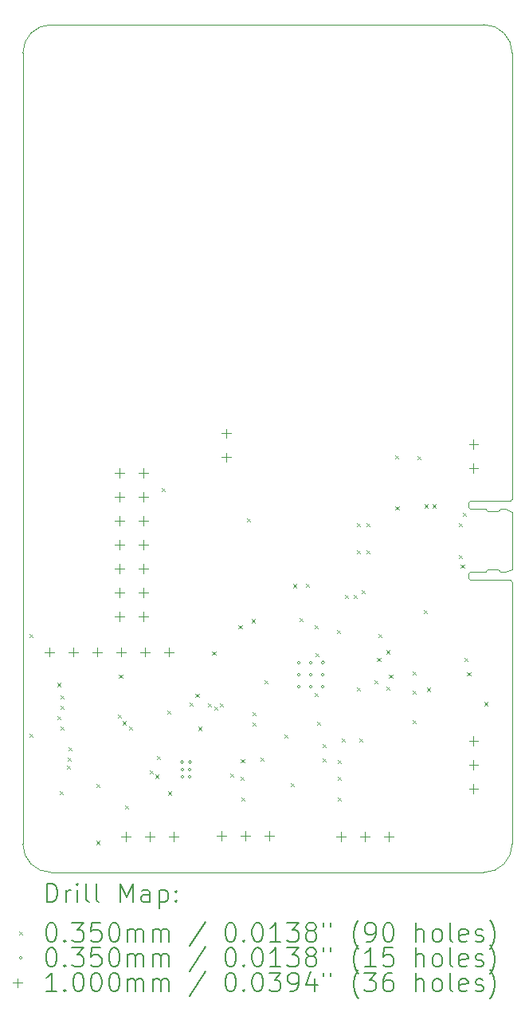
<source format=gbr>
%TF.GenerationSoftware,KiCad,Pcbnew,8.0.1-8.0.1-1~ubuntu22.04.1*%
%TF.CreationDate,2024-06-03T13:27:47-07:00*%
%TF.ProjectId,emu_brd,656d755f-6272-4642-9e6b-696361645f70,REV1*%
%TF.SameCoordinates,Original*%
%TF.FileFunction,Drillmap*%
%TF.FilePolarity,Positive*%
%FSLAX45Y45*%
G04 Gerber Fmt 4.5, Leading zero omitted, Abs format (unit mm)*
G04 Created by KiCad (PCBNEW 8.0.1-8.0.1-1~ubuntu22.04.1) date 2024-06-03 13:27:47*
%MOMM*%
%LPD*%
G01*
G04 APERTURE LIST*
%ADD10C,0.050000*%
%ADD11C,0.100000*%
%ADD12C,0.200000*%
G04 APERTURE END LIST*
D10*
X7239000Y-3100000D02*
X11839000Y-3100000D01*
D11*
X12139000Y-3400000D02*
X12139000Y-8124500D01*
X12139000Y-9028000D02*
X12139000Y-11800000D01*
X11839000Y-12100000D02*
X7239000Y-12100000D01*
X6939000Y-11800000D02*
X6939000Y-3400000D01*
X12139000Y-11800000D02*
G75*
G02*
X11839000Y-12100000I-300000J0D01*
G01*
X6939000Y-3400000D02*
G75*
G02*
X7239000Y-3100000I300000J0D01*
G01*
X7239000Y-12100000D02*
G75*
G02*
X6939000Y-11800000I0J300000D01*
G01*
X11839000Y-3100000D02*
G75*
G02*
X12139000Y-3400000I0J-300000D01*
G01*
X12139000Y-8273500D02*
X12139000Y-8882500D01*
X12064000Y-8243500D02*
X12014000Y-8243500D01*
X12064000Y-8912500D02*
X12014000Y-8912500D01*
X12139000Y-8273500D02*
X12064000Y-8243500D01*
X11989000Y-8268500D02*
X11889000Y-8268500D01*
X11889000Y-8268500D02*
G75*
G02*
X11864000Y-8243500I0J25000D01*
G01*
X12014000Y-8243500D02*
G75*
G02*
X11989000Y-8268500I-25000J0D01*
G01*
X11989000Y-8887500D02*
X11889000Y-8887500D01*
X11864000Y-8912500D02*
G75*
G02*
X11889000Y-8887500I25000J0D01*
G01*
X11989000Y-8887500D02*
G75*
G02*
X12014000Y-8912500I0J-25000D01*
G01*
X12139000Y-8882500D02*
X12064000Y-8912500D01*
X11864000Y-8912500D02*
X11694000Y-8912500D01*
X11864000Y-8243500D02*
X11694000Y-8243500D01*
X12139000Y-8124500D02*
X12139000Y-8139500D01*
X12139000Y-8139500D02*
G75*
G02*
X12119000Y-8159500I-20000J0D01*
G01*
X12119000Y-8159500D02*
X11694000Y-8159500D01*
X12139000Y-9016500D02*
X12139000Y-9028000D01*
X12119000Y-8996500D02*
G75*
G02*
X12139000Y-9016500I0J-20000D01*
G01*
X12119000Y-8996500D02*
X11694000Y-8996500D01*
X11674000Y-8932500D02*
G75*
G02*
X11694000Y-8912500I20000J0D01*
G01*
X11694000Y-8996500D02*
G75*
G02*
X11674000Y-8976500I0J20000D01*
G01*
X11674000Y-8932500D02*
X11674000Y-8976500D01*
X11674000Y-8179500D02*
G75*
G02*
X11694000Y-8159500I20000J0D01*
G01*
X11694000Y-8243500D02*
G75*
G02*
X11674000Y-8223500I0J20000D01*
G01*
X11674000Y-8179500D02*
X11674000Y-8223500D01*
D12*
D11*
X7011500Y-9565500D02*
X7046500Y-9600500D01*
X7046500Y-9565500D02*
X7011500Y-9600500D01*
X7011500Y-10625500D02*
X7046500Y-10660500D01*
X7046500Y-10625500D02*
X7011500Y-10660500D01*
X7302218Y-10442500D02*
X7337218Y-10477500D01*
X7337218Y-10442500D02*
X7302218Y-10477500D01*
X7308462Y-10089462D02*
X7343462Y-10124462D01*
X7343462Y-10089462D02*
X7308462Y-10124462D01*
X7334000Y-11235500D02*
X7369000Y-11270500D01*
X7369000Y-11235500D02*
X7334000Y-11270500D01*
X7336500Y-10550000D02*
X7371500Y-10585000D01*
X7371500Y-10550000D02*
X7336500Y-10585000D01*
X7339000Y-10220000D02*
X7374000Y-10255000D01*
X7374000Y-10220000D02*
X7339000Y-10255000D01*
X7339000Y-10330000D02*
X7374000Y-10365000D01*
X7374000Y-10330000D02*
X7339000Y-10365000D01*
X7407500Y-10964500D02*
X7442500Y-10999500D01*
X7442500Y-10964500D02*
X7407500Y-10999500D01*
X7418283Y-10881217D02*
X7453283Y-10916217D01*
X7453283Y-10881217D02*
X7418283Y-10916217D01*
X7421500Y-10770500D02*
X7456500Y-10805500D01*
X7456500Y-10770500D02*
X7421500Y-10805500D01*
X7719000Y-11158000D02*
X7754000Y-11193000D01*
X7754000Y-11158000D02*
X7719000Y-11193000D01*
X7719000Y-11765500D02*
X7754000Y-11800500D01*
X7754000Y-11765500D02*
X7719000Y-11800500D01*
X7946500Y-10427320D02*
X7981500Y-10462320D01*
X7981500Y-10427320D02*
X7946500Y-10462320D01*
X7961500Y-10002500D02*
X7996500Y-10037500D01*
X7996500Y-10002500D02*
X7961500Y-10037500D01*
X7999000Y-10495500D02*
X8034000Y-10530500D01*
X8034000Y-10495500D02*
X7999000Y-10530500D01*
X8021500Y-11392500D02*
X8056500Y-11427500D01*
X8056500Y-11392500D02*
X8021500Y-11427500D01*
X8064000Y-10548000D02*
X8099000Y-10583000D01*
X8099000Y-10548000D02*
X8064000Y-10583000D01*
X8285967Y-11015249D02*
X8320967Y-11050249D01*
X8320967Y-11015249D02*
X8285967Y-11050249D01*
X8344000Y-11063000D02*
X8379000Y-11098000D01*
X8379000Y-11063000D02*
X8344000Y-11098000D01*
X8361500Y-10863000D02*
X8396500Y-10898000D01*
X8396500Y-10863000D02*
X8361500Y-10898000D01*
X8411500Y-8022500D02*
X8446500Y-8057500D01*
X8446500Y-8022500D02*
X8411500Y-8057500D01*
X8471500Y-10378000D02*
X8506500Y-10413000D01*
X8506500Y-10378000D02*
X8471500Y-10413000D01*
X8481500Y-11240500D02*
X8516500Y-11275500D01*
X8516500Y-11240500D02*
X8481500Y-11275500D01*
X8711000Y-10294250D02*
X8746000Y-10329250D01*
X8746000Y-10294250D02*
X8711000Y-10329250D01*
X8774000Y-10203000D02*
X8809000Y-10238000D01*
X8809000Y-10203000D02*
X8774000Y-10238000D01*
X8804000Y-10555500D02*
X8839000Y-10590500D01*
X8839000Y-10555500D02*
X8804000Y-10590500D01*
X8906500Y-10308000D02*
X8941500Y-10343000D01*
X8941500Y-10308000D02*
X8906500Y-10343000D01*
X8951500Y-9752500D02*
X8986500Y-9787500D01*
X8986500Y-9752500D02*
X8951500Y-9787500D01*
X8976500Y-10338000D02*
X9011500Y-10373000D01*
X9011500Y-10338000D02*
X8976500Y-10373000D01*
X9034000Y-10305500D02*
X9069000Y-10340500D01*
X9069000Y-10305500D02*
X9034000Y-10340500D01*
X9139000Y-11050500D02*
X9174000Y-11085500D01*
X9174000Y-11050500D02*
X9139000Y-11085500D01*
X9231500Y-9472500D02*
X9266500Y-9507500D01*
X9266500Y-9472500D02*
X9231500Y-9507500D01*
X9253500Y-11085500D02*
X9288500Y-11120500D01*
X9288500Y-11085500D02*
X9253500Y-11120500D01*
X9256500Y-10897500D02*
X9291500Y-10932500D01*
X9291500Y-10897500D02*
X9256500Y-10932500D01*
X9264000Y-11303000D02*
X9299000Y-11338000D01*
X9299000Y-11303000D02*
X9264000Y-11338000D01*
X9317430Y-8339950D02*
X9352430Y-8374950D01*
X9352430Y-8339950D02*
X9317430Y-8374950D01*
X9371500Y-9412500D02*
X9406500Y-9447500D01*
X9406500Y-9412500D02*
X9371500Y-9447500D01*
X9378605Y-10510105D02*
X9413605Y-10545105D01*
X9413605Y-10510105D02*
X9378605Y-10545105D01*
X9381500Y-10400810D02*
X9416500Y-10435810D01*
X9416500Y-10400810D02*
X9381500Y-10435810D01*
X9461500Y-10882500D02*
X9496500Y-10917500D01*
X9496500Y-10882500D02*
X9461500Y-10917500D01*
X9506500Y-10060500D02*
X9541500Y-10095500D01*
X9541500Y-10060500D02*
X9506500Y-10095500D01*
X9721570Y-10635500D02*
X9756570Y-10670500D01*
X9756570Y-10635500D02*
X9721570Y-10670500D01*
X9784000Y-11153000D02*
X9819000Y-11188000D01*
X9819000Y-11153000D02*
X9784000Y-11188000D01*
X9814860Y-9039850D02*
X9849860Y-9074850D01*
X9849860Y-9039850D02*
X9814860Y-9074850D01*
X9880900Y-9401800D02*
X9915900Y-9436800D01*
X9915900Y-9401800D02*
X9880900Y-9436800D01*
X9944400Y-9032230D02*
X9979400Y-9067230D01*
X9979400Y-9032230D02*
X9944400Y-9067230D01*
X10042497Y-10192500D02*
X10077497Y-10227500D01*
X10077497Y-10192500D02*
X10042497Y-10227500D01*
X10043144Y-9476119D02*
X10078144Y-9511119D01*
X10078144Y-9476119D02*
X10043144Y-9511119D01*
X10051462Y-9773538D02*
X10086462Y-9808538D01*
X10086462Y-9773538D02*
X10051462Y-9808538D01*
X10062500Y-10502500D02*
X10097500Y-10537500D01*
X10097500Y-10502500D02*
X10062500Y-10537500D01*
X10122200Y-10887700D02*
X10157200Y-10922700D01*
X10157200Y-10887700D02*
X10122200Y-10922700D01*
X10124740Y-10737840D02*
X10159740Y-10772840D01*
X10159740Y-10737840D02*
X10124740Y-10772840D01*
X10274600Y-9528800D02*
X10309600Y-9563800D01*
X10309600Y-9528800D02*
X10274600Y-9563800D01*
X10287500Y-10903500D02*
X10322500Y-10938500D01*
X10322500Y-10903500D02*
X10287500Y-10938500D01*
X10287500Y-11081500D02*
X10322500Y-11116500D01*
X10322500Y-11081500D02*
X10287500Y-11116500D01*
X10289000Y-11305500D02*
X10324000Y-11340500D01*
X10324000Y-11305500D02*
X10289000Y-11340500D01*
X10326500Y-10675500D02*
X10361500Y-10710500D01*
X10361500Y-10675500D02*
X10326500Y-10710500D01*
X10359600Y-9154150D02*
X10394600Y-9189150D01*
X10394600Y-9154150D02*
X10359600Y-9189150D01*
X10457480Y-9150340D02*
X10492480Y-9185340D01*
X10492480Y-9150340D02*
X10457480Y-9185340D01*
X10490500Y-10138400D02*
X10525500Y-10173400D01*
X10525500Y-10138400D02*
X10490500Y-10173400D01*
X10491500Y-8393000D02*
X10526500Y-8428000D01*
X10526500Y-8393000D02*
X10491500Y-8428000D01*
X10491500Y-8678000D02*
X10526500Y-8713000D01*
X10526500Y-8678000D02*
X10491500Y-8713000D01*
X10511500Y-10675500D02*
X10546500Y-10710500D01*
X10546500Y-10675500D02*
X10511500Y-10710500D01*
X10536990Y-9100460D02*
X10571990Y-9135460D01*
X10571990Y-9100460D02*
X10536990Y-9135460D01*
X10586500Y-8393000D02*
X10621500Y-8428000D01*
X10621500Y-8393000D02*
X10586500Y-8428000D01*
X10586500Y-8678000D02*
X10621500Y-8713000D01*
X10621500Y-8678000D02*
X10586500Y-8713000D01*
X10672382Y-10062495D02*
X10707382Y-10097495D01*
X10707382Y-10062495D02*
X10672382Y-10097495D01*
X10704571Y-9825390D02*
X10739571Y-9860390D01*
X10739571Y-9825390D02*
X10704571Y-9860390D01*
X10720454Y-9569793D02*
X10755454Y-9604793D01*
X10755454Y-9569793D02*
X10720454Y-9604793D01*
X10799050Y-10124878D02*
X10834050Y-10159878D01*
X10834050Y-10124878D02*
X10799050Y-10159878D01*
X10803588Y-9742500D02*
X10838588Y-9777500D01*
X10838588Y-9742500D02*
X10803588Y-9777500D01*
X10831500Y-9999243D02*
X10866500Y-10034243D01*
X10866500Y-9999243D02*
X10831500Y-10034243D01*
X10895500Y-7674500D02*
X10930500Y-7709500D01*
X10930500Y-7674500D02*
X10895500Y-7709500D01*
X10899000Y-8213000D02*
X10934000Y-8248000D01*
X10934000Y-8213000D02*
X10899000Y-8248000D01*
X11081500Y-9970050D02*
X11116500Y-10005050D01*
X11116500Y-9970050D02*
X11081500Y-10005050D01*
X11081500Y-10172500D02*
X11116500Y-10207500D01*
X11116500Y-10172500D02*
X11081500Y-10207500D01*
X11081500Y-10483000D02*
X11116500Y-10518000D01*
X11116500Y-10483000D02*
X11081500Y-10518000D01*
X11129000Y-7683000D02*
X11164000Y-7718000D01*
X11164000Y-7683000D02*
X11129000Y-7718000D01*
X11201500Y-9312500D02*
X11236500Y-9347500D01*
X11236500Y-9312500D02*
X11201500Y-9347500D01*
X11206500Y-8193000D02*
X11241500Y-8228000D01*
X11241500Y-8193000D02*
X11206500Y-8228000D01*
X11233833Y-10140657D02*
X11268833Y-10175657D01*
X11268833Y-10140657D02*
X11233833Y-10175657D01*
X11294000Y-8193000D02*
X11329000Y-8228000D01*
X11329000Y-8193000D02*
X11294000Y-8228000D01*
X11569000Y-8393000D02*
X11604000Y-8428000D01*
X11604000Y-8393000D02*
X11569000Y-8428000D01*
X11569000Y-8730500D02*
X11604000Y-8765500D01*
X11604000Y-8730500D02*
X11569000Y-8765500D01*
X11594000Y-8835500D02*
X11629000Y-8870500D01*
X11629000Y-8835500D02*
X11594000Y-8870500D01*
X11614000Y-8285500D02*
X11649000Y-8320500D01*
X11649000Y-8285500D02*
X11614000Y-8320500D01*
X11631500Y-9822500D02*
X11666500Y-9857500D01*
X11666500Y-9822500D02*
X11631500Y-9857500D01*
X11661500Y-9972500D02*
X11696500Y-10007500D01*
X11696500Y-9972500D02*
X11661500Y-10007500D01*
X11841500Y-10292500D02*
X11876500Y-10327500D01*
X11876500Y-10292500D02*
X11841500Y-10327500D01*
X8651500Y-10928000D02*
G75*
G02*
X8616500Y-10928000I-17500J0D01*
G01*
X8616500Y-10928000D02*
G75*
G02*
X8651500Y-10928000I17500J0D01*
G01*
X8651500Y-11006740D02*
G75*
G02*
X8616500Y-11006740I-17500J0D01*
G01*
X8616500Y-11006740D02*
G75*
G02*
X8651500Y-11006740I17500J0D01*
G01*
X8651500Y-11085480D02*
G75*
G02*
X8616500Y-11085480I-17500J0D01*
G01*
X8616500Y-11085480D02*
G75*
G02*
X8651500Y-11085480I17500J0D01*
G01*
X8730240Y-10928000D02*
G75*
G02*
X8695240Y-10928000I-17500J0D01*
G01*
X8695240Y-10928000D02*
G75*
G02*
X8730240Y-10928000I17500J0D01*
G01*
X8730240Y-11006740D02*
G75*
G02*
X8695240Y-11006740I-17500J0D01*
G01*
X8695240Y-11006740D02*
G75*
G02*
X8730240Y-11006740I17500J0D01*
G01*
X8730240Y-11085480D02*
G75*
G02*
X8695240Y-11085480I-17500J0D01*
G01*
X8695240Y-11085480D02*
G75*
G02*
X8730240Y-11085480I17500J0D01*
G01*
X9890000Y-9872500D02*
G75*
G02*
X9855000Y-9872500I-17500J0D01*
G01*
X9855000Y-9872500D02*
G75*
G02*
X9890000Y-9872500I17500J0D01*
G01*
X9890000Y-10000000D02*
G75*
G02*
X9855000Y-10000000I-17500J0D01*
G01*
X9855000Y-10000000D02*
G75*
G02*
X9890000Y-10000000I17500J0D01*
G01*
X9890000Y-10127500D02*
G75*
G02*
X9855000Y-10127500I-17500J0D01*
G01*
X9855000Y-10127500D02*
G75*
G02*
X9890000Y-10127500I17500J0D01*
G01*
X10017500Y-9872500D02*
G75*
G02*
X9982500Y-9872500I-17500J0D01*
G01*
X9982500Y-9872500D02*
G75*
G02*
X10017500Y-9872500I17500J0D01*
G01*
X10017500Y-10000000D02*
G75*
G02*
X9982500Y-10000000I-17500J0D01*
G01*
X9982500Y-10000000D02*
G75*
G02*
X10017500Y-10000000I17500J0D01*
G01*
X10017500Y-10127500D02*
G75*
G02*
X9982500Y-10127500I-17500J0D01*
G01*
X9982500Y-10127500D02*
G75*
G02*
X10017500Y-10127500I17500J0D01*
G01*
X10145000Y-9872500D02*
G75*
G02*
X10110000Y-9872500I-17500J0D01*
G01*
X10110000Y-9872500D02*
G75*
G02*
X10145000Y-9872500I17500J0D01*
G01*
X10145000Y-10000000D02*
G75*
G02*
X10110000Y-10000000I-17500J0D01*
G01*
X10110000Y-10000000D02*
G75*
G02*
X10145000Y-10000000I17500J0D01*
G01*
X10145000Y-10127500D02*
G75*
G02*
X10110000Y-10127500I-17500J0D01*
G01*
X10110000Y-10127500D02*
G75*
G02*
X10145000Y-10127500I17500J0D01*
G01*
X7220000Y-9710500D02*
X7220000Y-9810500D01*
X7170000Y-9760500D02*
X7270000Y-9760500D01*
X7474000Y-9710500D02*
X7474000Y-9810500D01*
X7424000Y-9760500D02*
X7524000Y-9760500D01*
X7728000Y-9710500D02*
X7728000Y-9810500D01*
X7678000Y-9760500D02*
X7778000Y-9760500D01*
X7966000Y-7810500D02*
X7966000Y-7910500D01*
X7916000Y-7860500D02*
X8016000Y-7860500D01*
X7966000Y-8064500D02*
X7966000Y-8164500D01*
X7916000Y-8114500D02*
X8016000Y-8114500D01*
X7966000Y-8318500D02*
X7966000Y-8418500D01*
X7916000Y-8368500D02*
X8016000Y-8368500D01*
X7966000Y-8572500D02*
X7966000Y-8672500D01*
X7916000Y-8622500D02*
X8016000Y-8622500D01*
X7966000Y-8826500D02*
X7966000Y-8926500D01*
X7916000Y-8876500D02*
X8016000Y-8876500D01*
X7966000Y-9080500D02*
X7966000Y-9180500D01*
X7916000Y-9130500D02*
X8016000Y-9130500D01*
X7966000Y-9334500D02*
X7966000Y-9434500D01*
X7916000Y-9384500D02*
X8016000Y-9384500D01*
X7982000Y-9710500D02*
X7982000Y-9810500D01*
X7932000Y-9760500D02*
X8032000Y-9760500D01*
X8035000Y-11668000D02*
X8035000Y-11768000D01*
X7985000Y-11718000D02*
X8085000Y-11718000D01*
X8220000Y-7810500D02*
X8220000Y-7910500D01*
X8170000Y-7860500D02*
X8270000Y-7860500D01*
X8220000Y-8064500D02*
X8220000Y-8164500D01*
X8170000Y-8114500D02*
X8270000Y-8114500D01*
X8220000Y-8318500D02*
X8220000Y-8418500D01*
X8170000Y-8368500D02*
X8270000Y-8368500D01*
X8220000Y-8572500D02*
X8220000Y-8672500D01*
X8170000Y-8622500D02*
X8270000Y-8622500D01*
X8220000Y-8826500D02*
X8220000Y-8926500D01*
X8170000Y-8876500D02*
X8270000Y-8876500D01*
X8220000Y-9080500D02*
X8220000Y-9180500D01*
X8170000Y-9130500D02*
X8270000Y-9130500D01*
X8220000Y-9334500D02*
X8220000Y-9434500D01*
X8170000Y-9384500D02*
X8270000Y-9384500D01*
X8236000Y-9710500D02*
X8236000Y-9810500D01*
X8186000Y-9760500D02*
X8286000Y-9760500D01*
X8289000Y-11668000D02*
X8289000Y-11768000D01*
X8239000Y-11718000D02*
X8339000Y-11718000D01*
X8490000Y-9710500D02*
X8490000Y-9810500D01*
X8440000Y-9760500D02*
X8540000Y-9760500D01*
X8543000Y-11668000D02*
X8543000Y-11768000D01*
X8493000Y-11718000D02*
X8593000Y-11718000D01*
X9051000Y-11660500D02*
X9051000Y-11760500D01*
X9001000Y-11710500D02*
X9101000Y-11710500D01*
X9099000Y-7390000D02*
X9099000Y-7490000D01*
X9049000Y-7440000D02*
X9149000Y-7440000D01*
X9099000Y-7644000D02*
X9099000Y-7744000D01*
X9049000Y-7694000D02*
X9149000Y-7694000D01*
X9305000Y-11660500D02*
X9305000Y-11760500D01*
X9255000Y-11710500D02*
X9355000Y-11710500D01*
X9559000Y-11660500D02*
X9559000Y-11760500D01*
X9509000Y-11710500D02*
X9609000Y-11710500D01*
X10321000Y-11668000D02*
X10321000Y-11768000D01*
X10271000Y-11718000D02*
X10371000Y-11718000D01*
X10575000Y-11668000D02*
X10575000Y-11768000D01*
X10525000Y-11718000D02*
X10625000Y-11718000D01*
X10829000Y-11668000D02*
X10829000Y-11768000D01*
X10779000Y-11718000D02*
X10879000Y-11718000D01*
X11729000Y-7504000D02*
X11729000Y-7604000D01*
X11679000Y-7554000D02*
X11779000Y-7554000D01*
X11729000Y-7758000D02*
X11729000Y-7858000D01*
X11679000Y-7808000D02*
X11779000Y-7808000D01*
X11729000Y-10652000D02*
X11729000Y-10752000D01*
X11679000Y-10702000D02*
X11779000Y-10702000D01*
X11729000Y-10906000D02*
X11729000Y-11006000D01*
X11679000Y-10956000D02*
X11779000Y-10956000D01*
X11729000Y-11160000D02*
X11729000Y-11260000D01*
X11679000Y-11210000D02*
X11779000Y-11210000D01*
D12*
X7194777Y-12416484D02*
X7194777Y-12216484D01*
X7194777Y-12216484D02*
X7242396Y-12216484D01*
X7242396Y-12216484D02*
X7270967Y-12226008D01*
X7270967Y-12226008D02*
X7290015Y-12245055D01*
X7290015Y-12245055D02*
X7299539Y-12264103D01*
X7299539Y-12264103D02*
X7309062Y-12302198D01*
X7309062Y-12302198D02*
X7309062Y-12330769D01*
X7309062Y-12330769D02*
X7299539Y-12368865D01*
X7299539Y-12368865D02*
X7290015Y-12387912D01*
X7290015Y-12387912D02*
X7270967Y-12406960D01*
X7270967Y-12406960D02*
X7242396Y-12416484D01*
X7242396Y-12416484D02*
X7194777Y-12416484D01*
X7394777Y-12416484D02*
X7394777Y-12283150D01*
X7394777Y-12321246D02*
X7404301Y-12302198D01*
X7404301Y-12302198D02*
X7413824Y-12292674D01*
X7413824Y-12292674D02*
X7432872Y-12283150D01*
X7432872Y-12283150D02*
X7451920Y-12283150D01*
X7518586Y-12416484D02*
X7518586Y-12283150D01*
X7518586Y-12216484D02*
X7509062Y-12226008D01*
X7509062Y-12226008D02*
X7518586Y-12235531D01*
X7518586Y-12235531D02*
X7528110Y-12226008D01*
X7528110Y-12226008D02*
X7518586Y-12216484D01*
X7518586Y-12216484D02*
X7518586Y-12235531D01*
X7642396Y-12416484D02*
X7623348Y-12406960D01*
X7623348Y-12406960D02*
X7613824Y-12387912D01*
X7613824Y-12387912D02*
X7613824Y-12216484D01*
X7747158Y-12416484D02*
X7728110Y-12406960D01*
X7728110Y-12406960D02*
X7718586Y-12387912D01*
X7718586Y-12387912D02*
X7718586Y-12216484D01*
X7975729Y-12416484D02*
X7975729Y-12216484D01*
X7975729Y-12216484D02*
X8042396Y-12359341D01*
X8042396Y-12359341D02*
X8109062Y-12216484D01*
X8109062Y-12216484D02*
X8109062Y-12416484D01*
X8290015Y-12416484D02*
X8290015Y-12311722D01*
X8290015Y-12311722D02*
X8280491Y-12292674D01*
X8280491Y-12292674D02*
X8261443Y-12283150D01*
X8261443Y-12283150D02*
X8223348Y-12283150D01*
X8223348Y-12283150D02*
X8204301Y-12292674D01*
X8290015Y-12406960D02*
X8270967Y-12416484D01*
X8270967Y-12416484D02*
X8223348Y-12416484D01*
X8223348Y-12416484D02*
X8204301Y-12406960D01*
X8204301Y-12406960D02*
X8194777Y-12387912D01*
X8194777Y-12387912D02*
X8194777Y-12368865D01*
X8194777Y-12368865D02*
X8204301Y-12349817D01*
X8204301Y-12349817D02*
X8223348Y-12340293D01*
X8223348Y-12340293D02*
X8270967Y-12340293D01*
X8270967Y-12340293D02*
X8290015Y-12330769D01*
X8385253Y-12283150D02*
X8385253Y-12483150D01*
X8385253Y-12292674D02*
X8404301Y-12283150D01*
X8404301Y-12283150D02*
X8442396Y-12283150D01*
X8442396Y-12283150D02*
X8461444Y-12292674D01*
X8461444Y-12292674D02*
X8470967Y-12302198D01*
X8470967Y-12302198D02*
X8480491Y-12321246D01*
X8480491Y-12321246D02*
X8480491Y-12378388D01*
X8480491Y-12378388D02*
X8470967Y-12397436D01*
X8470967Y-12397436D02*
X8461444Y-12406960D01*
X8461444Y-12406960D02*
X8442396Y-12416484D01*
X8442396Y-12416484D02*
X8404301Y-12416484D01*
X8404301Y-12416484D02*
X8385253Y-12406960D01*
X8566205Y-12397436D02*
X8575729Y-12406960D01*
X8575729Y-12406960D02*
X8566205Y-12416484D01*
X8566205Y-12416484D02*
X8556682Y-12406960D01*
X8556682Y-12406960D02*
X8566205Y-12397436D01*
X8566205Y-12397436D02*
X8566205Y-12416484D01*
X8566205Y-12292674D02*
X8575729Y-12302198D01*
X8575729Y-12302198D02*
X8566205Y-12311722D01*
X8566205Y-12311722D02*
X8556682Y-12302198D01*
X8556682Y-12302198D02*
X8566205Y-12292674D01*
X8566205Y-12292674D02*
X8566205Y-12311722D01*
D11*
X6899000Y-12727500D02*
X6934000Y-12762500D01*
X6934000Y-12727500D02*
X6899000Y-12762500D01*
D12*
X7232872Y-12636484D02*
X7251920Y-12636484D01*
X7251920Y-12636484D02*
X7270967Y-12646008D01*
X7270967Y-12646008D02*
X7280491Y-12655531D01*
X7280491Y-12655531D02*
X7290015Y-12674579D01*
X7290015Y-12674579D02*
X7299539Y-12712674D01*
X7299539Y-12712674D02*
X7299539Y-12760293D01*
X7299539Y-12760293D02*
X7290015Y-12798388D01*
X7290015Y-12798388D02*
X7280491Y-12817436D01*
X7280491Y-12817436D02*
X7270967Y-12826960D01*
X7270967Y-12826960D02*
X7251920Y-12836484D01*
X7251920Y-12836484D02*
X7232872Y-12836484D01*
X7232872Y-12836484D02*
X7213824Y-12826960D01*
X7213824Y-12826960D02*
X7204301Y-12817436D01*
X7204301Y-12817436D02*
X7194777Y-12798388D01*
X7194777Y-12798388D02*
X7185253Y-12760293D01*
X7185253Y-12760293D02*
X7185253Y-12712674D01*
X7185253Y-12712674D02*
X7194777Y-12674579D01*
X7194777Y-12674579D02*
X7204301Y-12655531D01*
X7204301Y-12655531D02*
X7213824Y-12646008D01*
X7213824Y-12646008D02*
X7232872Y-12636484D01*
X7385253Y-12817436D02*
X7394777Y-12826960D01*
X7394777Y-12826960D02*
X7385253Y-12836484D01*
X7385253Y-12836484D02*
X7375729Y-12826960D01*
X7375729Y-12826960D02*
X7385253Y-12817436D01*
X7385253Y-12817436D02*
X7385253Y-12836484D01*
X7461443Y-12636484D02*
X7585253Y-12636484D01*
X7585253Y-12636484D02*
X7518586Y-12712674D01*
X7518586Y-12712674D02*
X7547158Y-12712674D01*
X7547158Y-12712674D02*
X7566205Y-12722198D01*
X7566205Y-12722198D02*
X7575729Y-12731722D01*
X7575729Y-12731722D02*
X7585253Y-12750769D01*
X7585253Y-12750769D02*
X7585253Y-12798388D01*
X7585253Y-12798388D02*
X7575729Y-12817436D01*
X7575729Y-12817436D02*
X7566205Y-12826960D01*
X7566205Y-12826960D02*
X7547158Y-12836484D01*
X7547158Y-12836484D02*
X7490015Y-12836484D01*
X7490015Y-12836484D02*
X7470967Y-12826960D01*
X7470967Y-12826960D02*
X7461443Y-12817436D01*
X7766205Y-12636484D02*
X7670967Y-12636484D01*
X7670967Y-12636484D02*
X7661443Y-12731722D01*
X7661443Y-12731722D02*
X7670967Y-12722198D01*
X7670967Y-12722198D02*
X7690015Y-12712674D01*
X7690015Y-12712674D02*
X7737634Y-12712674D01*
X7737634Y-12712674D02*
X7756682Y-12722198D01*
X7756682Y-12722198D02*
X7766205Y-12731722D01*
X7766205Y-12731722D02*
X7775729Y-12750769D01*
X7775729Y-12750769D02*
X7775729Y-12798388D01*
X7775729Y-12798388D02*
X7766205Y-12817436D01*
X7766205Y-12817436D02*
X7756682Y-12826960D01*
X7756682Y-12826960D02*
X7737634Y-12836484D01*
X7737634Y-12836484D02*
X7690015Y-12836484D01*
X7690015Y-12836484D02*
X7670967Y-12826960D01*
X7670967Y-12826960D02*
X7661443Y-12817436D01*
X7899539Y-12636484D02*
X7918586Y-12636484D01*
X7918586Y-12636484D02*
X7937634Y-12646008D01*
X7937634Y-12646008D02*
X7947158Y-12655531D01*
X7947158Y-12655531D02*
X7956682Y-12674579D01*
X7956682Y-12674579D02*
X7966205Y-12712674D01*
X7966205Y-12712674D02*
X7966205Y-12760293D01*
X7966205Y-12760293D02*
X7956682Y-12798388D01*
X7956682Y-12798388D02*
X7947158Y-12817436D01*
X7947158Y-12817436D02*
X7937634Y-12826960D01*
X7937634Y-12826960D02*
X7918586Y-12836484D01*
X7918586Y-12836484D02*
X7899539Y-12836484D01*
X7899539Y-12836484D02*
X7880491Y-12826960D01*
X7880491Y-12826960D02*
X7870967Y-12817436D01*
X7870967Y-12817436D02*
X7861443Y-12798388D01*
X7861443Y-12798388D02*
X7851920Y-12760293D01*
X7851920Y-12760293D02*
X7851920Y-12712674D01*
X7851920Y-12712674D02*
X7861443Y-12674579D01*
X7861443Y-12674579D02*
X7870967Y-12655531D01*
X7870967Y-12655531D02*
X7880491Y-12646008D01*
X7880491Y-12646008D02*
X7899539Y-12636484D01*
X8051920Y-12836484D02*
X8051920Y-12703150D01*
X8051920Y-12722198D02*
X8061443Y-12712674D01*
X8061443Y-12712674D02*
X8080491Y-12703150D01*
X8080491Y-12703150D02*
X8109063Y-12703150D01*
X8109063Y-12703150D02*
X8128110Y-12712674D01*
X8128110Y-12712674D02*
X8137634Y-12731722D01*
X8137634Y-12731722D02*
X8137634Y-12836484D01*
X8137634Y-12731722D02*
X8147158Y-12712674D01*
X8147158Y-12712674D02*
X8166205Y-12703150D01*
X8166205Y-12703150D02*
X8194777Y-12703150D01*
X8194777Y-12703150D02*
X8213824Y-12712674D01*
X8213824Y-12712674D02*
X8223348Y-12731722D01*
X8223348Y-12731722D02*
X8223348Y-12836484D01*
X8318586Y-12836484D02*
X8318586Y-12703150D01*
X8318586Y-12722198D02*
X8328110Y-12712674D01*
X8328110Y-12712674D02*
X8347158Y-12703150D01*
X8347158Y-12703150D02*
X8375729Y-12703150D01*
X8375729Y-12703150D02*
X8394777Y-12712674D01*
X8394777Y-12712674D02*
X8404301Y-12731722D01*
X8404301Y-12731722D02*
X8404301Y-12836484D01*
X8404301Y-12731722D02*
X8413825Y-12712674D01*
X8413825Y-12712674D02*
X8432872Y-12703150D01*
X8432872Y-12703150D02*
X8461444Y-12703150D01*
X8461444Y-12703150D02*
X8480491Y-12712674D01*
X8480491Y-12712674D02*
X8490015Y-12731722D01*
X8490015Y-12731722D02*
X8490015Y-12836484D01*
X8880491Y-12626960D02*
X8709063Y-12884103D01*
X9137634Y-12636484D02*
X9156682Y-12636484D01*
X9156682Y-12636484D02*
X9175729Y-12646008D01*
X9175729Y-12646008D02*
X9185253Y-12655531D01*
X9185253Y-12655531D02*
X9194777Y-12674579D01*
X9194777Y-12674579D02*
X9204301Y-12712674D01*
X9204301Y-12712674D02*
X9204301Y-12760293D01*
X9204301Y-12760293D02*
X9194777Y-12798388D01*
X9194777Y-12798388D02*
X9185253Y-12817436D01*
X9185253Y-12817436D02*
X9175729Y-12826960D01*
X9175729Y-12826960D02*
X9156682Y-12836484D01*
X9156682Y-12836484D02*
X9137634Y-12836484D01*
X9137634Y-12836484D02*
X9118587Y-12826960D01*
X9118587Y-12826960D02*
X9109063Y-12817436D01*
X9109063Y-12817436D02*
X9099539Y-12798388D01*
X9099539Y-12798388D02*
X9090015Y-12760293D01*
X9090015Y-12760293D02*
X9090015Y-12712674D01*
X9090015Y-12712674D02*
X9099539Y-12674579D01*
X9099539Y-12674579D02*
X9109063Y-12655531D01*
X9109063Y-12655531D02*
X9118587Y-12646008D01*
X9118587Y-12646008D02*
X9137634Y-12636484D01*
X9290015Y-12817436D02*
X9299539Y-12826960D01*
X9299539Y-12826960D02*
X9290015Y-12836484D01*
X9290015Y-12836484D02*
X9280491Y-12826960D01*
X9280491Y-12826960D02*
X9290015Y-12817436D01*
X9290015Y-12817436D02*
X9290015Y-12836484D01*
X9423348Y-12636484D02*
X9442396Y-12636484D01*
X9442396Y-12636484D02*
X9461444Y-12646008D01*
X9461444Y-12646008D02*
X9470968Y-12655531D01*
X9470968Y-12655531D02*
X9480491Y-12674579D01*
X9480491Y-12674579D02*
X9490015Y-12712674D01*
X9490015Y-12712674D02*
X9490015Y-12760293D01*
X9490015Y-12760293D02*
X9480491Y-12798388D01*
X9480491Y-12798388D02*
X9470968Y-12817436D01*
X9470968Y-12817436D02*
X9461444Y-12826960D01*
X9461444Y-12826960D02*
X9442396Y-12836484D01*
X9442396Y-12836484D02*
X9423348Y-12836484D01*
X9423348Y-12836484D02*
X9404301Y-12826960D01*
X9404301Y-12826960D02*
X9394777Y-12817436D01*
X9394777Y-12817436D02*
X9385253Y-12798388D01*
X9385253Y-12798388D02*
X9375729Y-12760293D01*
X9375729Y-12760293D02*
X9375729Y-12712674D01*
X9375729Y-12712674D02*
X9385253Y-12674579D01*
X9385253Y-12674579D02*
X9394777Y-12655531D01*
X9394777Y-12655531D02*
X9404301Y-12646008D01*
X9404301Y-12646008D02*
X9423348Y-12636484D01*
X9680491Y-12836484D02*
X9566206Y-12836484D01*
X9623348Y-12836484D02*
X9623348Y-12636484D01*
X9623348Y-12636484D02*
X9604301Y-12665055D01*
X9604301Y-12665055D02*
X9585253Y-12684103D01*
X9585253Y-12684103D02*
X9566206Y-12693627D01*
X9747158Y-12636484D02*
X9870968Y-12636484D01*
X9870968Y-12636484D02*
X9804301Y-12712674D01*
X9804301Y-12712674D02*
X9832872Y-12712674D01*
X9832872Y-12712674D02*
X9851920Y-12722198D01*
X9851920Y-12722198D02*
X9861444Y-12731722D01*
X9861444Y-12731722D02*
X9870968Y-12750769D01*
X9870968Y-12750769D02*
X9870968Y-12798388D01*
X9870968Y-12798388D02*
X9861444Y-12817436D01*
X9861444Y-12817436D02*
X9851920Y-12826960D01*
X9851920Y-12826960D02*
X9832872Y-12836484D01*
X9832872Y-12836484D02*
X9775729Y-12836484D01*
X9775729Y-12836484D02*
X9756682Y-12826960D01*
X9756682Y-12826960D02*
X9747158Y-12817436D01*
X9985253Y-12722198D02*
X9966206Y-12712674D01*
X9966206Y-12712674D02*
X9956682Y-12703150D01*
X9956682Y-12703150D02*
X9947158Y-12684103D01*
X9947158Y-12684103D02*
X9947158Y-12674579D01*
X9947158Y-12674579D02*
X9956682Y-12655531D01*
X9956682Y-12655531D02*
X9966206Y-12646008D01*
X9966206Y-12646008D02*
X9985253Y-12636484D01*
X9985253Y-12636484D02*
X10023349Y-12636484D01*
X10023349Y-12636484D02*
X10042396Y-12646008D01*
X10042396Y-12646008D02*
X10051920Y-12655531D01*
X10051920Y-12655531D02*
X10061444Y-12674579D01*
X10061444Y-12674579D02*
X10061444Y-12684103D01*
X10061444Y-12684103D02*
X10051920Y-12703150D01*
X10051920Y-12703150D02*
X10042396Y-12712674D01*
X10042396Y-12712674D02*
X10023349Y-12722198D01*
X10023349Y-12722198D02*
X9985253Y-12722198D01*
X9985253Y-12722198D02*
X9966206Y-12731722D01*
X9966206Y-12731722D02*
X9956682Y-12741246D01*
X9956682Y-12741246D02*
X9947158Y-12760293D01*
X9947158Y-12760293D02*
X9947158Y-12798388D01*
X9947158Y-12798388D02*
X9956682Y-12817436D01*
X9956682Y-12817436D02*
X9966206Y-12826960D01*
X9966206Y-12826960D02*
X9985253Y-12836484D01*
X9985253Y-12836484D02*
X10023349Y-12836484D01*
X10023349Y-12836484D02*
X10042396Y-12826960D01*
X10042396Y-12826960D02*
X10051920Y-12817436D01*
X10051920Y-12817436D02*
X10061444Y-12798388D01*
X10061444Y-12798388D02*
X10061444Y-12760293D01*
X10061444Y-12760293D02*
X10051920Y-12741246D01*
X10051920Y-12741246D02*
X10042396Y-12731722D01*
X10042396Y-12731722D02*
X10023349Y-12722198D01*
X10137634Y-12636484D02*
X10137634Y-12674579D01*
X10213825Y-12636484D02*
X10213825Y-12674579D01*
X10509063Y-12912674D02*
X10499539Y-12903150D01*
X10499539Y-12903150D02*
X10480491Y-12874579D01*
X10480491Y-12874579D02*
X10470968Y-12855531D01*
X10470968Y-12855531D02*
X10461444Y-12826960D01*
X10461444Y-12826960D02*
X10451920Y-12779341D01*
X10451920Y-12779341D02*
X10451920Y-12741246D01*
X10451920Y-12741246D02*
X10461444Y-12693627D01*
X10461444Y-12693627D02*
X10470968Y-12665055D01*
X10470968Y-12665055D02*
X10480491Y-12646008D01*
X10480491Y-12646008D02*
X10499539Y-12617436D01*
X10499539Y-12617436D02*
X10509063Y-12607912D01*
X10594777Y-12836484D02*
X10632872Y-12836484D01*
X10632872Y-12836484D02*
X10651920Y-12826960D01*
X10651920Y-12826960D02*
X10661444Y-12817436D01*
X10661444Y-12817436D02*
X10680491Y-12788865D01*
X10680491Y-12788865D02*
X10690015Y-12750769D01*
X10690015Y-12750769D02*
X10690015Y-12674579D01*
X10690015Y-12674579D02*
X10680491Y-12655531D01*
X10680491Y-12655531D02*
X10670968Y-12646008D01*
X10670968Y-12646008D02*
X10651920Y-12636484D01*
X10651920Y-12636484D02*
X10613825Y-12636484D01*
X10613825Y-12636484D02*
X10594777Y-12646008D01*
X10594777Y-12646008D02*
X10585253Y-12655531D01*
X10585253Y-12655531D02*
X10575730Y-12674579D01*
X10575730Y-12674579D02*
X10575730Y-12722198D01*
X10575730Y-12722198D02*
X10585253Y-12741246D01*
X10585253Y-12741246D02*
X10594777Y-12750769D01*
X10594777Y-12750769D02*
X10613825Y-12760293D01*
X10613825Y-12760293D02*
X10651920Y-12760293D01*
X10651920Y-12760293D02*
X10670968Y-12750769D01*
X10670968Y-12750769D02*
X10680491Y-12741246D01*
X10680491Y-12741246D02*
X10690015Y-12722198D01*
X10813825Y-12636484D02*
X10832872Y-12636484D01*
X10832872Y-12636484D02*
X10851920Y-12646008D01*
X10851920Y-12646008D02*
X10861444Y-12655531D01*
X10861444Y-12655531D02*
X10870968Y-12674579D01*
X10870968Y-12674579D02*
X10880491Y-12712674D01*
X10880491Y-12712674D02*
X10880491Y-12760293D01*
X10880491Y-12760293D02*
X10870968Y-12798388D01*
X10870968Y-12798388D02*
X10861444Y-12817436D01*
X10861444Y-12817436D02*
X10851920Y-12826960D01*
X10851920Y-12826960D02*
X10832872Y-12836484D01*
X10832872Y-12836484D02*
X10813825Y-12836484D01*
X10813825Y-12836484D02*
X10794777Y-12826960D01*
X10794777Y-12826960D02*
X10785253Y-12817436D01*
X10785253Y-12817436D02*
X10775730Y-12798388D01*
X10775730Y-12798388D02*
X10766206Y-12760293D01*
X10766206Y-12760293D02*
X10766206Y-12712674D01*
X10766206Y-12712674D02*
X10775730Y-12674579D01*
X10775730Y-12674579D02*
X10785253Y-12655531D01*
X10785253Y-12655531D02*
X10794777Y-12646008D01*
X10794777Y-12646008D02*
X10813825Y-12636484D01*
X11118587Y-12836484D02*
X11118587Y-12636484D01*
X11204301Y-12836484D02*
X11204301Y-12731722D01*
X11204301Y-12731722D02*
X11194777Y-12712674D01*
X11194777Y-12712674D02*
X11175730Y-12703150D01*
X11175730Y-12703150D02*
X11147158Y-12703150D01*
X11147158Y-12703150D02*
X11128111Y-12712674D01*
X11128111Y-12712674D02*
X11118587Y-12722198D01*
X11328110Y-12836484D02*
X11309063Y-12826960D01*
X11309063Y-12826960D02*
X11299539Y-12817436D01*
X11299539Y-12817436D02*
X11290015Y-12798388D01*
X11290015Y-12798388D02*
X11290015Y-12741246D01*
X11290015Y-12741246D02*
X11299539Y-12722198D01*
X11299539Y-12722198D02*
X11309063Y-12712674D01*
X11309063Y-12712674D02*
X11328110Y-12703150D01*
X11328110Y-12703150D02*
X11356682Y-12703150D01*
X11356682Y-12703150D02*
X11375730Y-12712674D01*
X11375730Y-12712674D02*
X11385253Y-12722198D01*
X11385253Y-12722198D02*
X11394777Y-12741246D01*
X11394777Y-12741246D02*
X11394777Y-12798388D01*
X11394777Y-12798388D02*
X11385253Y-12817436D01*
X11385253Y-12817436D02*
X11375730Y-12826960D01*
X11375730Y-12826960D02*
X11356682Y-12836484D01*
X11356682Y-12836484D02*
X11328110Y-12836484D01*
X11509063Y-12836484D02*
X11490015Y-12826960D01*
X11490015Y-12826960D02*
X11480491Y-12807912D01*
X11480491Y-12807912D02*
X11480491Y-12636484D01*
X11661444Y-12826960D02*
X11642396Y-12836484D01*
X11642396Y-12836484D02*
X11604301Y-12836484D01*
X11604301Y-12836484D02*
X11585253Y-12826960D01*
X11585253Y-12826960D02*
X11575730Y-12807912D01*
X11575730Y-12807912D02*
X11575730Y-12731722D01*
X11575730Y-12731722D02*
X11585253Y-12712674D01*
X11585253Y-12712674D02*
X11604301Y-12703150D01*
X11604301Y-12703150D02*
X11642396Y-12703150D01*
X11642396Y-12703150D02*
X11661444Y-12712674D01*
X11661444Y-12712674D02*
X11670968Y-12731722D01*
X11670968Y-12731722D02*
X11670968Y-12750769D01*
X11670968Y-12750769D02*
X11575730Y-12769817D01*
X11747158Y-12826960D02*
X11766206Y-12836484D01*
X11766206Y-12836484D02*
X11804301Y-12836484D01*
X11804301Y-12836484D02*
X11823349Y-12826960D01*
X11823349Y-12826960D02*
X11832872Y-12807912D01*
X11832872Y-12807912D02*
X11832872Y-12798388D01*
X11832872Y-12798388D02*
X11823349Y-12779341D01*
X11823349Y-12779341D02*
X11804301Y-12769817D01*
X11804301Y-12769817D02*
X11775730Y-12769817D01*
X11775730Y-12769817D02*
X11756682Y-12760293D01*
X11756682Y-12760293D02*
X11747158Y-12741246D01*
X11747158Y-12741246D02*
X11747158Y-12731722D01*
X11747158Y-12731722D02*
X11756682Y-12712674D01*
X11756682Y-12712674D02*
X11775730Y-12703150D01*
X11775730Y-12703150D02*
X11804301Y-12703150D01*
X11804301Y-12703150D02*
X11823349Y-12712674D01*
X11899539Y-12912674D02*
X11909063Y-12903150D01*
X11909063Y-12903150D02*
X11928111Y-12874579D01*
X11928111Y-12874579D02*
X11937634Y-12855531D01*
X11937634Y-12855531D02*
X11947158Y-12826960D01*
X11947158Y-12826960D02*
X11956682Y-12779341D01*
X11956682Y-12779341D02*
X11956682Y-12741246D01*
X11956682Y-12741246D02*
X11947158Y-12693627D01*
X11947158Y-12693627D02*
X11937634Y-12665055D01*
X11937634Y-12665055D02*
X11928111Y-12646008D01*
X11928111Y-12646008D02*
X11909063Y-12617436D01*
X11909063Y-12617436D02*
X11899539Y-12607912D01*
D11*
X6934000Y-13009000D02*
G75*
G02*
X6899000Y-13009000I-17500J0D01*
G01*
X6899000Y-13009000D02*
G75*
G02*
X6934000Y-13009000I17500J0D01*
G01*
D12*
X7232872Y-12900484D02*
X7251920Y-12900484D01*
X7251920Y-12900484D02*
X7270967Y-12910008D01*
X7270967Y-12910008D02*
X7280491Y-12919531D01*
X7280491Y-12919531D02*
X7290015Y-12938579D01*
X7290015Y-12938579D02*
X7299539Y-12976674D01*
X7299539Y-12976674D02*
X7299539Y-13024293D01*
X7299539Y-13024293D02*
X7290015Y-13062388D01*
X7290015Y-13062388D02*
X7280491Y-13081436D01*
X7280491Y-13081436D02*
X7270967Y-13090960D01*
X7270967Y-13090960D02*
X7251920Y-13100484D01*
X7251920Y-13100484D02*
X7232872Y-13100484D01*
X7232872Y-13100484D02*
X7213824Y-13090960D01*
X7213824Y-13090960D02*
X7204301Y-13081436D01*
X7204301Y-13081436D02*
X7194777Y-13062388D01*
X7194777Y-13062388D02*
X7185253Y-13024293D01*
X7185253Y-13024293D02*
X7185253Y-12976674D01*
X7185253Y-12976674D02*
X7194777Y-12938579D01*
X7194777Y-12938579D02*
X7204301Y-12919531D01*
X7204301Y-12919531D02*
X7213824Y-12910008D01*
X7213824Y-12910008D02*
X7232872Y-12900484D01*
X7385253Y-13081436D02*
X7394777Y-13090960D01*
X7394777Y-13090960D02*
X7385253Y-13100484D01*
X7385253Y-13100484D02*
X7375729Y-13090960D01*
X7375729Y-13090960D02*
X7385253Y-13081436D01*
X7385253Y-13081436D02*
X7385253Y-13100484D01*
X7461443Y-12900484D02*
X7585253Y-12900484D01*
X7585253Y-12900484D02*
X7518586Y-12976674D01*
X7518586Y-12976674D02*
X7547158Y-12976674D01*
X7547158Y-12976674D02*
X7566205Y-12986198D01*
X7566205Y-12986198D02*
X7575729Y-12995722D01*
X7575729Y-12995722D02*
X7585253Y-13014769D01*
X7585253Y-13014769D02*
X7585253Y-13062388D01*
X7585253Y-13062388D02*
X7575729Y-13081436D01*
X7575729Y-13081436D02*
X7566205Y-13090960D01*
X7566205Y-13090960D02*
X7547158Y-13100484D01*
X7547158Y-13100484D02*
X7490015Y-13100484D01*
X7490015Y-13100484D02*
X7470967Y-13090960D01*
X7470967Y-13090960D02*
X7461443Y-13081436D01*
X7766205Y-12900484D02*
X7670967Y-12900484D01*
X7670967Y-12900484D02*
X7661443Y-12995722D01*
X7661443Y-12995722D02*
X7670967Y-12986198D01*
X7670967Y-12986198D02*
X7690015Y-12976674D01*
X7690015Y-12976674D02*
X7737634Y-12976674D01*
X7737634Y-12976674D02*
X7756682Y-12986198D01*
X7756682Y-12986198D02*
X7766205Y-12995722D01*
X7766205Y-12995722D02*
X7775729Y-13014769D01*
X7775729Y-13014769D02*
X7775729Y-13062388D01*
X7775729Y-13062388D02*
X7766205Y-13081436D01*
X7766205Y-13081436D02*
X7756682Y-13090960D01*
X7756682Y-13090960D02*
X7737634Y-13100484D01*
X7737634Y-13100484D02*
X7690015Y-13100484D01*
X7690015Y-13100484D02*
X7670967Y-13090960D01*
X7670967Y-13090960D02*
X7661443Y-13081436D01*
X7899539Y-12900484D02*
X7918586Y-12900484D01*
X7918586Y-12900484D02*
X7937634Y-12910008D01*
X7937634Y-12910008D02*
X7947158Y-12919531D01*
X7947158Y-12919531D02*
X7956682Y-12938579D01*
X7956682Y-12938579D02*
X7966205Y-12976674D01*
X7966205Y-12976674D02*
X7966205Y-13024293D01*
X7966205Y-13024293D02*
X7956682Y-13062388D01*
X7956682Y-13062388D02*
X7947158Y-13081436D01*
X7947158Y-13081436D02*
X7937634Y-13090960D01*
X7937634Y-13090960D02*
X7918586Y-13100484D01*
X7918586Y-13100484D02*
X7899539Y-13100484D01*
X7899539Y-13100484D02*
X7880491Y-13090960D01*
X7880491Y-13090960D02*
X7870967Y-13081436D01*
X7870967Y-13081436D02*
X7861443Y-13062388D01*
X7861443Y-13062388D02*
X7851920Y-13024293D01*
X7851920Y-13024293D02*
X7851920Y-12976674D01*
X7851920Y-12976674D02*
X7861443Y-12938579D01*
X7861443Y-12938579D02*
X7870967Y-12919531D01*
X7870967Y-12919531D02*
X7880491Y-12910008D01*
X7880491Y-12910008D02*
X7899539Y-12900484D01*
X8051920Y-13100484D02*
X8051920Y-12967150D01*
X8051920Y-12986198D02*
X8061443Y-12976674D01*
X8061443Y-12976674D02*
X8080491Y-12967150D01*
X8080491Y-12967150D02*
X8109063Y-12967150D01*
X8109063Y-12967150D02*
X8128110Y-12976674D01*
X8128110Y-12976674D02*
X8137634Y-12995722D01*
X8137634Y-12995722D02*
X8137634Y-13100484D01*
X8137634Y-12995722D02*
X8147158Y-12976674D01*
X8147158Y-12976674D02*
X8166205Y-12967150D01*
X8166205Y-12967150D02*
X8194777Y-12967150D01*
X8194777Y-12967150D02*
X8213824Y-12976674D01*
X8213824Y-12976674D02*
X8223348Y-12995722D01*
X8223348Y-12995722D02*
X8223348Y-13100484D01*
X8318586Y-13100484D02*
X8318586Y-12967150D01*
X8318586Y-12986198D02*
X8328110Y-12976674D01*
X8328110Y-12976674D02*
X8347158Y-12967150D01*
X8347158Y-12967150D02*
X8375729Y-12967150D01*
X8375729Y-12967150D02*
X8394777Y-12976674D01*
X8394777Y-12976674D02*
X8404301Y-12995722D01*
X8404301Y-12995722D02*
X8404301Y-13100484D01*
X8404301Y-12995722D02*
X8413825Y-12976674D01*
X8413825Y-12976674D02*
X8432872Y-12967150D01*
X8432872Y-12967150D02*
X8461444Y-12967150D01*
X8461444Y-12967150D02*
X8480491Y-12976674D01*
X8480491Y-12976674D02*
X8490015Y-12995722D01*
X8490015Y-12995722D02*
X8490015Y-13100484D01*
X8880491Y-12890960D02*
X8709063Y-13148103D01*
X9137634Y-12900484D02*
X9156682Y-12900484D01*
X9156682Y-12900484D02*
X9175729Y-12910008D01*
X9175729Y-12910008D02*
X9185253Y-12919531D01*
X9185253Y-12919531D02*
X9194777Y-12938579D01*
X9194777Y-12938579D02*
X9204301Y-12976674D01*
X9204301Y-12976674D02*
X9204301Y-13024293D01*
X9204301Y-13024293D02*
X9194777Y-13062388D01*
X9194777Y-13062388D02*
X9185253Y-13081436D01*
X9185253Y-13081436D02*
X9175729Y-13090960D01*
X9175729Y-13090960D02*
X9156682Y-13100484D01*
X9156682Y-13100484D02*
X9137634Y-13100484D01*
X9137634Y-13100484D02*
X9118587Y-13090960D01*
X9118587Y-13090960D02*
X9109063Y-13081436D01*
X9109063Y-13081436D02*
X9099539Y-13062388D01*
X9099539Y-13062388D02*
X9090015Y-13024293D01*
X9090015Y-13024293D02*
X9090015Y-12976674D01*
X9090015Y-12976674D02*
X9099539Y-12938579D01*
X9099539Y-12938579D02*
X9109063Y-12919531D01*
X9109063Y-12919531D02*
X9118587Y-12910008D01*
X9118587Y-12910008D02*
X9137634Y-12900484D01*
X9290015Y-13081436D02*
X9299539Y-13090960D01*
X9299539Y-13090960D02*
X9290015Y-13100484D01*
X9290015Y-13100484D02*
X9280491Y-13090960D01*
X9280491Y-13090960D02*
X9290015Y-13081436D01*
X9290015Y-13081436D02*
X9290015Y-13100484D01*
X9423348Y-12900484D02*
X9442396Y-12900484D01*
X9442396Y-12900484D02*
X9461444Y-12910008D01*
X9461444Y-12910008D02*
X9470968Y-12919531D01*
X9470968Y-12919531D02*
X9480491Y-12938579D01*
X9480491Y-12938579D02*
X9490015Y-12976674D01*
X9490015Y-12976674D02*
X9490015Y-13024293D01*
X9490015Y-13024293D02*
X9480491Y-13062388D01*
X9480491Y-13062388D02*
X9470968Y-13081436D01*
X9470968Y-13081436D02*
X9461444Y-13090960D01*
X9461444Y-13090960D02*
X9442396Y-13100484D01*
X9442396Y-13100484D02*
X9423348Y-13100484D01*
X9423348Y-13100484D02*
X9404301Y-13090960D01*
X9404301Y-13090960D02*
X9394777Y-13081436D01*
X9394777Y-13081436D02*
X9385253Y-13062388D01*
X9385253Y-13062388D02*
X9375729Y-13024293D01*
X9375729Y-13024293D02*
X9375729Y-12976674D01*
X9375729Y-12976674D02*
X9385253Y-12938579D01*
X9385253Y-12938579D02*
X9394777Y-12919531D01*
X9394777Y-12919531D02*
X9404301Y-12910008D01*
X9404301Y-12910008D02*
X9423348Y-12900484D01*
X9680491Y-13100484D02*
X9566206Y-13100484D01*
X9623348Y-13100484D02*
X9623348Y-12900484D01*
X9623348Y-12900484D02*
X9604301Y-12929055D01*
X9604301Y-12929055D02*
X9585253Y-12948103D01*
X9585253Y-12948103D02*
X9566206Y-12957627D01*
X9747158Y-12900484D02*
X9870968Y-12900484D01*
X9870968Y-12900484D02*
X9804301Y-12976674D01*
X9804301Y-12976674D02*
X9832872Y-12976674D01*
X9832872Y-12976674D02*
X9851920Y-12986198D01*
X9851920Y-12986198D02*
X9861444Y-12995722D01*
X9861444Y-12995722D02*
X9870968Y-13014769D01*
X9870968Y-13014769D02*
X9870968Y-13062388D01*
X9870968Y-13062388D02*
X9861444Y-13081436D01*
X9861444Y-13081436D02*
X9851920Y-13090960D01*
X9851920Y-13090960D02*
X9832872Y-13100484D01*
X9832872Y-13100484D02*
X9775729Y-13100484D01*
X9775729Y-13100484D02*
X9756682Y-13090960D01*
X9756682Y-13090960D02*
X9747158Y-13081436D01*
X9985253Y-12986198D02*
X9966206Y-12976674D01*
X9966206Y-12976674D02*
X9956682Y-12967150D01*
X9956682Y-12967150D02*
X9947158Y-12948103D01*
X9947158Y-12948103D02*
X9947158Y-12938579D01*
X9947158Y-12938579D02*
X9956682Y-12919531D01*
X9956682Y-12919531D02*
X9966206Y-12910008D01*
X9966206Y-12910008D02*
X9985253Y-12900484D01*
X9985253Y-12900484D02*
X10023349Y-12900484D01*
X10023349Y-12900484D02*
X10042396Y-12910008D01*
X10042396Y-12910008D02*
X10051920Y-12919531D01*
X10051920Y-12919531D02*
X10061444Y-12938579D01*
X10061444Y-12938579D02*
X10061444Y-12948103D01*
X10061444Y-12948103D02*
X10051920Y-12967150D01*
X10051920Y-12967150D02*
X10042396Y-12976674D01*
X10042396Y-12976674D02*
X10023349Y-12986198D01*
X10023349Y-12986198D02*
X9985253Y-12986198D01*
X9985253Y-12986198D02*
X9966206Y-12995722D01*
X9966206Y-12995722D02*
X9956682Y-13005246D01*
X9956682Y-13005246D02*
X9947158Y-13024293D01*
X9947158Y-13024293D02*
X9947158Y-13062388D01*
X9947158Y-13062388D02*
X9956682Y-13081436D01*
X9956682Y-13081436D02*
X9966206Y-13090960D01*
X9966206Y-13090960D02*
X9985253Y-13100484D01*
X9985253Y-13100484D02*
X10023349Y-13100484D01*
X10023349Y-13100484D02*
X10042396Y-13090960D01*
X10042396Y-13090960D02*
X10051920Y-13081436D01*
X10051920Y-13081436D02*
X10061444Y-13062388D01*
X10061444Y-13062388D02*
X10061444Y-13024293D01*
X10061444Y-13024293D02*
X10051920Y-13005246D01*
X10051920Y-13005246D02*
X10042396Y-12995722D01*
X10042396Y-12995722D02*
X10023349Y-12986198D01*
X10137634Y-12900484D02*
X10137634Y-12938579D01*
X10213825Y-12900484D02*
X10213825Y-12938579D01*
X10509063Y-13176674D02*
X10499539Y-13167150D01*
X10499539Y-13167150D02*
X10480491Y-13138579D01*
X10480491Y-13138579D02*
X10470968Y-13119531D01*
X10470968Y-13119531D02*
X10461444Y-13090960D01*
X10461444Y-13090960D02*
X10451920Y-13043341D01*
X10451920Y-13043341D02*
X10451920Y-13005246D01*
X10451920Y-13005246D02*
X10461444Y-12957627D01*
X10461444Y-12957627D02*
X10470968Y-12929055D01*
X10470968Y-12929055D02*
X10480491Y-12910008D01*
X10480491Y-12910008D02*
X10499539Y-12881436D01*
X10499539Y-12881436D02*
X10509063Y-12871912D01*
X10690015Y-13100484D02*
X10575730Y-13100484D01*
X10632872Y-13100484D02*
X10632872Y-12900484D01*
X10632872Y-12900484D02*
X10613825Y-12929055D01*
X10613825Y-12929055D02*
X10594777Y-12948103D01*
X10594777Y-12948103D02*
X10575730Y-12957627D01*
X10870968Y-12900484D02*
X10775730Y-12900484D01*
X10775730Y-12900484D02*
X10766206Y-12995722D01*
X10766206Y-12995722D02*
X10775730Y-12986198D01*
X10775730Y-12986198D02*
X10794777Y-12976674D01*
X10794777Y-12976674D02*
X10842396Y-12976674D01*
X10842396Y-12976674D02*
X10861444Y-12986198D01*
X10861444Y-12986198D02*
X10870968Y-12995722D01*
X10870968Y-12995722D02*
X10880491Y-13014769D01*
X10880491Y-13014769D02*
X10880491Y-13062388D01*
X10880491Y-13062388D02*
X10870968Y-13081436D01*
X10870968Y-13081436D02*
X10861444Y-13090960D01*
X10861444Y-13090960D02*
X10842396Y-13100484D01*
X10842396Y-13100484D02*
X10794777Y-13100484D01*
X10794777Y-13100484D02*
X10775730Y-13090960D01*
X10775730Y-13090960D02*
X10766206Y-13081436D01*
X11118587Y-13100484D02*
X11118587Y-12900484D01*
X11204301Y-13100484D02*
X11204301Y-12995722D01*
X11204301Y-12995722D02*
X11194777Y-12976674D01*
X11194777Y-12976674D02*
X11175730Y-12967150D01*
X11175730Y-12967150D02*
X11147158Y-12967150D01*
X11147158Y-12967150D02*
X11128111Y-12976674D01*
X11128111Y-12976674D02*
X11118587Y-12986198D01*
X11328110Y-13100484D02*
X11309063Y-13090960D01*
X11309063Y-13090960D02*
X11299539Y-13081436D01*
X11299539Y-13081436D02*
X11290015Y-13062388D01*
X11290015Y-13062388D02*
X11290015Y-13005246D01*
X11290015Y-13005246D02*
X11299539Y-12986198D01*
X11299539Y-12986198D02*
X11309063Y-12976674D01*
X11309063Y-12976674D02*
X11328110Y-12967150D01*
X11328110Y-12967150D02*
X11356682Y-12967150D01*
X11356682Y-12967150D02*
X11375730Y-12976674D01*
X11375730Y-12976674D02*
X11385253Y-12986198D01*
X11385253Y-12986198D02*
X11394777Y-13005246D01*
X11394777Y-13005246D02*
X11394777Y-13062388D01*
X11394777Y-13062388D02*
X11385253Y-13081436D01*
X11385253Y-13081436D02*
X11375730Y-13090960D01*
X11375730Y-13090960D02*
X11356682Y-13100484D01*
X11356682Y-13100484D02*
X11328110Y-13100484D01*
X11509063Y-13100484D02*
X11490015Y-13090960D01*
X11490015Y-13090960D02*
X11480491Y-13071912D01*
X11480491Y-13071912D02*
X11480491Y-12900484D01*
X11661444Y-13090960D02*
X11642396Y-13100484D01*
X11642396Y-13100484D02*
X11604301Y-13100484D01*
X11604301Y-13100484D02*
X11585253Y-13090960D01*
X11585253Y-13090960D02*
X11575730Y-13071912D01*
X11575730Y-13071912D02*
X11575730Y-12995722D01*
X11575730Y-12995722D02*
X11585253Y-12976674D01*
X11585253Y-12976674D02*
X11604301Y-12967150D01*
X11604301Y-12967150D02*
X11642396Y-12967150D01*
X11642396Y-12967150D02*
X11661444Y-12976674D01*
X11661444Y-12976674D02*
X11670968Y-12995722D01*
X11670968Y-12995722D02*
X11670968Y-13014769D01*
X11670968Y-13014769D02*
X11575730Y-13033817D01*
X11747158Y-13090960D02*
X11766206Y-13100484D01*
X11766206Y-13100484D02*
X11804301Y-13100484D01*
X11804301Y-13100484D02*
X11823349Y-13090960D01*
X11823349Y-13090960D02*
X11832872Y-13071912D01*
X11832872Y-13071912D02*
X11832872Y-13062388D01*
X11832872Y-13062388D02*
X11823349Y-13043341D01*
X11823349Y-13043341D02*
X11804301Y-13033817D01*
X11804301Y-13033817D02*
X11775730Y-13033817D01*
X11775730Y-13033817D02*
X11756682Y-13024293D01*
X11756682Y-13024293D02*
X11747158Y-13005246D01*
X11747158Y-13005246D02*
X11747158Y-12995722D01*
X11747158Y-12995722D02*
X11756682Y-12976674D01*
X11756682Y-12976674D02*
X11775730Y-12967150D01*
X11775730Y-12967150D02*
X11804301Y-12967150D01*
X11804301Y-12967150D02*
X11823349Y-12976674D01*
X11899539Y-13176674D02*
X11909063Y-13167150D01*
X11909063Y-13167150D02*
X11928111Y-13138579D01*
X11928111Y-13138579D02*
X11937634Y-13119531D01*
X11937634Y-13119531D02*
X11947158Y-13090960D01*
X11947158Y-13090960D02*
X11956682Y-13043341D01*
X11956682Y-13043341D02*
X11956682Y-13005246D01*
X11956682Y-13005246D02*
X11947158Y-12957627D01*
X11947158Y-12957627D02*
X11937634Y-12929055D01*
X11937634Y-12929055D02*
X11928111Y-12910008D01*
X11928111Y-12910008D02*
X11909063Y-12881436D01*
X11909063Y-12881436D02*
X11899539Y-12871912D01*
D11*
X6884000Y-13223000D02*
X6884000Y-13323000D01*
X6834000Y-13273000D02*
X6934000Y-13273000D01*
D12*
X7299539Y-13364484D02*
X7185253Y-13364484D01*
X7242396Y-13364484D02*
X7242396Y-13164484D01*
X7242396Y-13164484D02*
X7223348Y-13193055D01*
X7223348Y-13193055D02*
X7204301Y-13212103D01*
X7204301Y-13212103D02*
X7185253Y-13221627D01*
X7385253Y-13345436D02*
X7394777Y-13354960D01*
X7394777Y-13354960D02*
X7385253Y-13364484D01*
X7385253Y-13364484D02*
X7375729Y-13354960D01*
X7375729Y-13354960D02*
X7385253Y-13345436D01*
X7385253Y-13345436D02*
X7385253Y-13364484D01*
X7518586Y-13164484D02*
X7537634Y-13164484D01*
X7537634Y-13164484D02*
X7556682Y-13174008D01*
X7556682Y-13174008D02*
X7566205Y-13183531D01*
X7566205Y-13183531D02*
X7575729Y-13202579D01*
X7575729Y-13202579D02*
X7585253Y-13240674D01*
X7585253Y-13240674D02*
X7585253Y-13288293D01*
X7585253Y-13288293D02*
X7575729Y-13326388D01*
X7575729Y-13326388D02*
X7566205Y-13345436D01*
X7566205Y-13345436D02*
X7556682Y-13354960D01*
X7556682Y-13354960D02*
X7537634Y-13364484D01*
X7537634Y-13364484D02*
X7518586Y-13364484D01*
X7518586Y-13364484D02*
X7499539Y-13354960D01*
X7499539Y-13354960D02*
X7490015Y-13345436D01*
X7490015Y-13345436D02*
X7480491Y-13326388D01*
X7480491Y-13326388D02*
X7470967Y-13288293D01*
X7470967Y-13288293D02*
X7470967Y-13240674D01*
X7470967Y-13240674D02*
X7480491Y-13202579D01*
X7480491Y-13202579D02*
X7490015Y-13183531D01*
X7490015Y-13183531D02*
X7499539Y-13174008D01*
X7499539Y-13174008D02*
X7518586Y-13164484D01*
X7709062Y-13164484D02*
X7728110Y-13164484D01*
X7728110Y-13164484D02*
X7747158Y-13174008D01*
X7747158Y-13174008D02*
X7756682Y-13183531D01*
X7756682Y-13183531D02*
X7766205Y-13202579D01*
X7766205Y-13202579D02*
X7775729Y-13240674D01*
X7775729Y-13240674D02*
X7775729Y-13288293D01*
X7775729Y-13288293D02*
X7766205Y-13326388D01*
X7766205Y-13326388D02*
X7756682Y-13345436D01*
X7756682Y-13345436D02*
X7747158Y-13354960D01*
X7747158Y-13354960D02*
X7728110Y-13364484D01*
X7728110Y-13364484D02*
X7709062Y-13364484D01*
X7709062Y-13364484D02*
X7690015Y-13354960D01*
X7690015Y-13354960D02*
X7680491Y-13345436D01*
X7680491Y-13345436D02*
X7670967Y-13326388D01*
X7670967Y-13326388D02*
X7661443Y-13288293D01*
X7661443Y-13288293D02*
X7661443Y-13240674D01*
X7661443Y-13240674D02*
X7670967Y-13202579D01*
X7670967Y-13202579D02*
X7680491Y-13183531D01*
X7680491Y-13183531D02*
X7690015Y-13174008D01*
X7690015Y-13174008D02*
X7709062Y-13164484D01*
X7899539Y-13164484D02*
X7918586Y-13164484D01*
X7918586Y-13164484D02*
X7937634Y-13174008D01*
X7937634Y-13174008D02*
X7947158Y-13183531D01*
X7947158Y-13183531D02*
X7956682Y-13202579D01*
X7956682Y-13202579D02*
X7966205Y-13240674D01*
X7966205Y-13240674D02*
X7966205Y-13288293D01*
X7966205Y-13288293D02*
X7956682Y-13326388D01*
X7956682Y-13326388D02*
X7947158Y-13345436D01*
X7947158Y-13345436D02*
X7937634Y-13354960D01*
X7937634Y-13354960D02*
X7918586Y-13364484D01*
X7918586Y-13364484D02*
X7899539Y-13364484D01*
X7899539Y-13364484D02*
X7880491Y-13354960D01*
X7880491Y-13354960D02*
X7870967Y-13345436D01*
X7870967Y-13345436D02*
X7861443Y-13326388D01*
X7861443Y-13326388D02*
X7851920Y-13288293D01*
X7851920Y-13288293D02*
X7851920Y-13240674D01*
X7851920Y-13240674D02*
X7861443Y-13202579D01*
X7861443Y-13202579D02*
X7870967Y-13183531D01*
X7870967Y-13183531D02*
X7880491Y-13174008D01*
X7880491Y-13174008D02*
X7899539Y-13164484D01*
X8051920Y-13364484D02*
X8051920Y-13231150D01*
X8051920Y-13250198D02*
X8061443Y-13240674D01*
X8061443Y-13240674D02*
X8080491Y-13231150D01*
X8080491Y-13231150D02*
X8109063Y-13231150D01*
X8109063Y-13231150D02*
X8128110Y-13240674D01*
X8128110Y-13240674D02*
X8137634Y-13259722D01*
X8137634Y-13259722D02*
X8137634Y-13364484D01*
X8137634Y-13259722D02*
X8147158Y-13240674D01*
X8147158Y-13240674D02*
X8166205Y-13231150D01*
X8166205Y-13231150D02*
X8194777Y-13231150D01*
X8194777Y-13231150D02*
X8213824Y-13240674D01*
X8213824Y-13240674D02*
X8223348Y-13259722D01*
X8223348Y-13259722D02*
X8223348Y-13364484D01*
X8318586Y-13364484D02*
X8318586Y-13231150D01*
X8318586Y-13250198D02*
X8328110Y-13240674D01*
X8328110Y-13240674D02*
X8347158Y-13231150D01*
X8347158Y-13231150D02*
X8375729Y-13231150D01*
X8375729Y-13231150D02*
X8394777Y-13240674D01*
X8394777Y-13240674D02*
X8404301Y-13259722D01*
X8404301Y-13259722D02*
X8404301Y-13364484D01*
X8404301Y-13259722D02*
X8413825Y-13240674D01*
X8413825Y-13240674D02*
X8432872Y-13231150D01*
X8432872Y-13231150D02*
X8461444Y-13231150D01*
X8461444Y-13231150D02*
X8480491Y-13240674D01*
X8480491Y-13240674D02*
X8490015Y-13259722D01*
X8490015Y-13259722D02*
X8490015Y-13364484D01*
X8880491Y-13154960D02*
X8709063Y-13412103D01*
X9137634Y-13164484D02*
X9156682Y-13164484D01*
X9156682Y-13164484D02*
X9175729Y-13174008D01*
X9175729Y-13174008D02*
X9185253Y-13183531D01*
X9185253Y-13183531D02*
X9194777Y-13202579D01*
X9194777Y-13202579D02*
X9204301Y-13240674D01*
X9204301Y-13240674D02*
X9204301Y-13288293D01*
X9204301Y-13288293D02*
X9194777Y-13326388D01*
X9194777Y-13326388D02*
X9185253Y-13345436D01*
X9185253Y-13345436D02*
X9175729Y-13354960D01*
X9175729Y-13354960D02*
X9156682Y-13364484D01*
X9156682Y-13364484D02*
X9137634Y-13364484D01*
X9137634Y-13364484D02*
X9118587Y-13354960D01*
X9118587Y-13354960D02*
X9109063Y-13345436D01*
X9109063Y-13345436D02*
X9099539Y-13326388D01*
X9099539Y-13326388D02*
X9090015Y-13288293D01*
X9090015Y-13288293D02*
X9090015Y-13240674D01*
X9090015Y-13240674D02*
X9099539Y-13202579D01*
X9099539Y-13202579D02*
X9109063Y-13183531D01*
X9109063Y-13183531D02*
X9118587Y-13174008D01*
X9118587Y-13174008D02*
X9137634Y-13164484D01*
X9290015Y-13345436D02*
X9299539Y-13354960D01*
X9299539Y-13354960D02*
X9290015Y-13364484D01*
X9290015Y-13364484D02*
X9280491Y-13354960D01*
X9280491Y-13354960D02*
X9290015Y-13345436D01*
X9290015Y-13345436D02*
X9290015Y-13364484D01*
X9423348Y-13164484D02*
X9442396Y-13164484D01*
X9442396Y-13164484D02*
X9461444Y-13174008D01*
X9461444Y-13174008D02*
X9470968Y-13183531D01*
X9470968Y-13183531D02*
X9480491Y-13202579D01*
X9480491Y-13202579D02*
X9490015Y-13240674D01*
X9490015Y-13240674D02*
X9490015Y-13288293D01*
X9490015Y-13288293D02*
X9480491Y-13326388D01*
X9480491Y-13326388D02*
X9470968Y-13345436D01*
X9470968Y-13345436D02*
X9461444Y-13354960D01*
X9461444Y-13354960D02*
X9442396Y-13364484D01*
X9442396Y-13364484D02*
X9423348Y-13364484D01*
X9423348Y-13364484D02*
X9404301Y-13354960D01*
X9404301Y-13354960D02*
X9394777Y-13345436D01*
X9394777Y-13345436D02*
X9385253Y-13326388D01*
X9385253Y-13326388D02*
X9375729Y-13288293D01*
X9375729Y-13288293D02*
X9375729Y-13240674D01*
X9375729Y-13240674D02*
X9385253Y-13202579D01*
X9385253Y-13202579D02*
X9394777Y-13183531D01*
X9394777Y-13183531D02*
X9404301Y-13174008D01*
X9404301Y-13174008D02*
X9423348Y-13164484D01*
X9556682Y-13164484D02*
X9680491Y-13164484D01*
X9680491Y-13164484D02*
X9613825Y-13240674D01*
X9613825Y-13240674D02*
X9642396Y-13240674D01*
X9642396Y-13240674D02*
X9661444Y-13250198D01*
X9661444Y-13250198D02*
X9670968Y-13259722D01*
X9670968Y-13259722D02*
X9680491Y-13278769D01*
X9680491Y-13278769D02*
X9680491Y-13326388D01*
X9680491Y-13326388D02*
X9670968Y-13345436D01*
X9670968Y-13345436D02*
X9661444Y-13354960D01*
X9661444Y-13354960D02*
X9642396Y-13364484D01*
X9642396Y-13364484D02*
X9585253Y-13364484D01*
X9585253Y-13364484D02*
X9566206Y-13354960D01*
X9566206Y-13354960D02*
X9556682Y-13345436D01*
X9775729Y-13364484D02*
X9813825Y-13364484D01*
X9813825Y-13364484D02*
X9832872Y-13354960D01*
X9832872Y-13354960D02*
X9842396Y-13345436D01*
X9842396Y-13345436D02*
X9861444Y-13316865D01*
X9861444Y-13316865D02*
X9870968Y-13278769D01*
X9870968Y-13278769D02*
X9870968Y-13202579D01*
X9870968Y-13202579D02*
X9861444Y-13183531D01*
X9861444Y-13183531D02*
X9851920Y-13174008D01*
X9851920Y-13174008D02*
X9832872Y-13164484D01*
X9832872Y-13164484D02*
X9794777Y-13164484D01*
X9794777Y-13164484D02*
X9775729Y-13174008D01*
X9775729Y-13174008D02*
X9766206Y-13183531D01*
X9766206Y-13183531D02*
X9756682Y-13202579D01*
X9756682Y-13202579D02*
X9756682Y-13250198D01*
X9756682Y-13250198D02*
X9766206Y-13269246D01*
X9766206Y-13269246D02*
X9775729Y-13278769D01*
X9775729Y-13278769D02*
X9794777Y-13288293D01*
X9794777Y-13288293D02*
X9832872Y-13288293D01*
X9832872Y-13288293D02*
X9851920Y-13278769D01*
X9851920Y-13278769D02*
X9861444Y-13269246D01*
X9861444Y-13269246D02*
X9870968Y-13250198D01*
X10042396Y-13231150D02*
X10042396Y-13364484D01*
X9994777Y-13154960D02*
X9947158Y-13297817D01*
X9947158Y-13297817D02*
X10070968Y-13297817D01*
X10137634Y-13164484D02*
X10137634Y-13202579D01*
X10213825Y-13164484D02*
X10213825Y-13202579D01*
X10509063Y-13440674D02*
X10499539Y-13431150D01*
X10499539Y-13431150D02*
X10480491Y-13402579D01*
X10480491Y-13402579D02*
X10470968Y-13383531D01*
X10470968Y-13383531D02*
X10461444Y-13354960D01*
X10461444Y-13354960D02*
X10451920Y-13307341D01*
X10451920Y-13307341D02*
X10451920Y-13269246D01*
X10451920Y-13269246D02*
X10461444Y-13221627D01*
X10461444Y-13221627D02*
X10470968Y-13193055D01*
X10470968Y-13193055D02*
X10480491Y-13174008D01*
X10480491Y-13174008D02*
X10499539Y-13145436D01*
X10499539Y-13145436D02*
X10509063Y-13135912D01*
X10566206Y-13164484D02*
X10690015Y-13164484D01*
X10690015Y-13164484D02*
X10623349Y-13240674D01*
X10623349Y-13240674D02*
X10651920Y-13240674D01*
X10651920Y-13240674D02*
X10670968Y-13250198D01*
X10670968Y-13250198D02*
X10680491Y-13259722D01*
X10680491Y-13259722D02*
X10690015Y-13278769D01*
X10690015Y-13278769D02*
X10690015Y-13326388D01*
X10690015Y-13326388D02*
X10680491Y-13345436D01*
X10680491Y-13345436D02*
X10670968Y-13354960D01*
X10670968Y-13354960D02*
X10651920Y-13364484D01*
X10651920Y-13364484D02*
X10594777Y-13364484D01*
X10594777Y-13364484D02*
X10575730Y-13354960D01*
X10575730Y-13354960D02*
X10566206Y-13345436D01*
X10861444Y-13164484D02*
X10823349Y-13164484D01*
X10823349Y-13164484D02*
X10804301Y-13174008D01*
X10804301Y-13174008D02*
X10794777Y-13183531D01*
X10794777Y-13183531D02*
X10775730Y-13212103D01*
X10775730Y-13212103D02*
X10766206Y-13250198D01*
X10766206Y-13250198D02*
X10766206Y-13326388D01*
X10766206Y-13326388D02*
X10775730Y-13345436D01*
X10775730Y-13345436D02*
X10785253Y-13354960D01*
X10785253Y-13354960D02*
X10804301Y-13364484D01*
X10804301Y-13364484D02*
X10842396Y-13364484D01*
X10842396Y-13364484D02*
X10861444Y-13354960D01*
X10861444Y-13354960D02*
X10870968Y-13345436D01*
X10870968Y-13345436D02*
X10880491Y-13326388D01*
X10880491Y-13326388D02*
X10880491Y-13278769D01*
X10880491Y-13278769D02*
X10870968Y-13259722D01*
X10870968Y-13259722D02*
X10861444Y-13250198D01*
X10861444Y-13250198D02*
X10842396Y-13240674D01*
X10842396Y-13240674D02*
X10804301Y-13240674D01*
X10804301Y-13240674D02*
X10785253Y-13250198D01*
X10785253Y-13250198D02*
X10775730Y-13259722D01*
X10775730Y-13259722D02*
X10766206Y-13278769D01*
X11118587Y-13364484D02*
X11118587Y-13164484D01*
X11204301Y-13364484D02*
X11204301Y-13259722D01*
X11204301Y-13259722D02*
X11194777Y-13240674D01*
X11194777Y-13240674D02*
X11175730Y-13231150D01*
X11175730Y-13231150D02*
X11147158Y-13231150D01*
X11147158Y-13231150D02*
X11128111Y-13240674D01*
X11128111Y-13240674D02*
X11118587Y-13250198D01*
X11328110Y-13364484D02*
X11309063Y-13354960D01*
X11309063Y-13354960D02*
X11299539Y-13345436D01*
X11299539Y-13345436D02*
X11290015Y-13326388D01*
X11290015Y-13326388D02*
X11290015Y-13269246D01*
X11290015Y-13269246D02*
X11299539Y-13250198D01*
X11299539Y-13250198D02*
X11309063Y-13240674D01*
X11309063Y-13240674D02*
X11328110Y-13231150D01*
X11328110Y-13231150D02*
X11356682Y-13231150D01*
X11356682Y-13231150D02*
X11375730Y-13240674D01*
X11375730Y-13240674D02*
X11385253Y-13250198D01*
X11385253Y-13250198D02*
X11394777Y-13269246D01*
X11394777Y-13269246D02*
X11394777Y-13326388D01*
X11394777Y-13326388D02*
X11385253Y-13345436D01*
X11385253Y-13345436D02*
X11375730Y-13354960D01*
X11375730Y-13354960D02*
X11356682Y-13364484D01*
X11356682Y-13364484D02*
X11328110Y-13364484D01*
X11509063Y-13364484D02*
X11490015Y-13354960D01*
X11490015Y-13354960D02*
X11480491Y-13335912D01*
X11480491Y-13335912D02*
X11480491Y-13164484D01*
X11661444Y-13354960D02*
X11642396Y-13364484D01*
X11642396Y-13364484D02*
X11604301Y-13364484D01*
X11604301Y-13364484D02*
X11585253Y-13354960D01*
X11585253Y-13354960D02*
X11575730Y-13335912D01*
X11575730Y-13335912D02*
X11575730Y-13259722D01*
X11575730Y-13259722D02*
X11585253Y-13240674D01*
X11585253Y-13240674D02*
X11604301Y-13231150D01*
X11604301Y-13231150D02*
X11642396Y-13231150D01*
X11642396Y-13231150D02*
X11661444Y-13240674D01*
X11661444Y-13240674D02*
X11670968Y-13259722D01*
X11670968Y-13259722D02*
X11670968Y-13278769D01*
X11670968Y-13278769D02*
X11575730Y-13297817D01*
X11747158Y-13354960D02*
X11766206Y-13364484D01*
X11766206Y-13364484D02*
X11804301Y-13364484D01*
X11804301Y-13364484D02*
X11823349Y-13354960D01*
X11823349Y-13354960D02*
X11832872Y-13335912D01*
X11832872Y-13335912D02*
X11832872Y-13326388D01*
X11832872Y-13326388D02*
X11823349Y-13307341D01*
X11823349Y-13307341D02*
X11804301Y-13297817D01*
X11804301Y-13297817D02*
X11775730Y-13297817D01*
X11775730Y-13297817D02*
X11756682Y-13288293D01*
X11756682Y-13288293D02*
X11747158Y-13269246D01*
X11747158Y-13269246D02*
X11747158Y-13259722D01*
X11747158Y-13259722D02*
X11756682Y-13240674D01*
X11756682Y-13240674D02*
X11775730Y-13231150D01*
X11775730Y-13231150D02*
X11804301Y-13231150D01*
X11804301Y-13231150D02*
X11823349Y-13240674D01*
X11899539Y-13440674D02*
X11909063Y-13431150D01*
X11909063Y-13431150D02*
X11928111Y-13402579D01*
X11928111Y-13402579D02*
X11937634Y-13383531D01*
X11937634Y-13383531D02*
X11947158Y-13354960D01*
X11947158Y-13354960D02*
X11956682Y-13307341D01*
X11956682Y-13307341D02*
X11956682Y-13269246D01*
X11956682Y-13269246D02*
X11947158Y-13221627D01*
X11947158Y-13221627D02*
X11937634Y-13193055D01*
X11937634Y-13193055D02*
X11928111Y-13174008D01*
X11928111Y-13174008D02*
X11909063Y-13145436D01*
X11909063Y-13145436D02*
X11899539Y-13135912D01*
M02*

</source>
